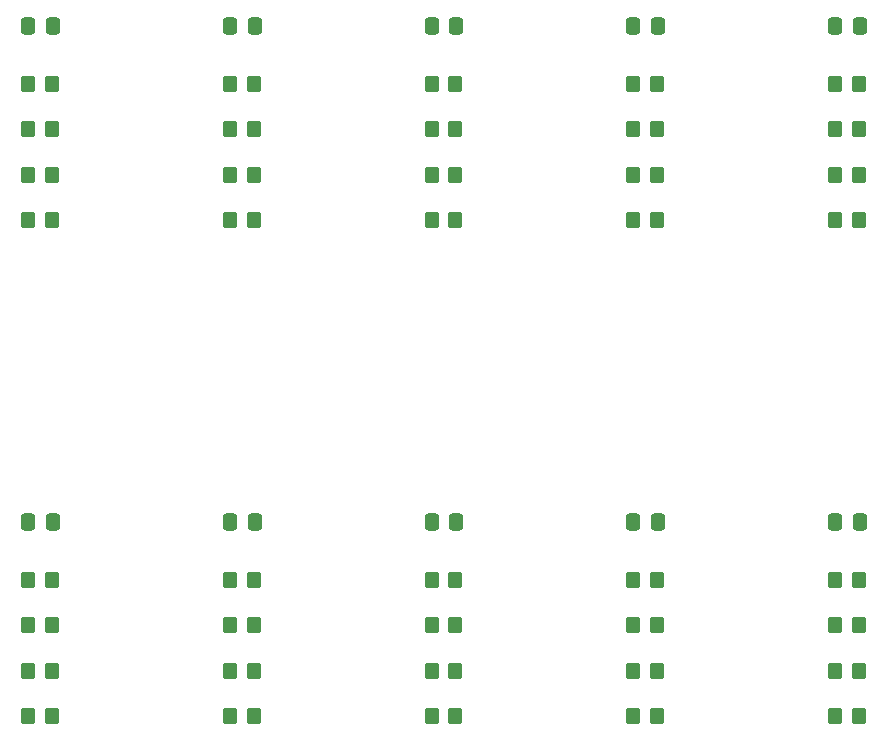
<source format=gbr>
%TF.GenerationSoftware,KiCad,Pcbnew,(6.0.1)*%
%TF.CreationDate,2022-07-06T22:16:31-07:00*%
%TF.ProjectId,mu100-dit-connector-board-panelized,6d753130-302d-4646-9974-2d636f6e6e65,rev?*%
%TF.SameCoordinates,Original*%
%TF.FileFunction,Paste,Top*%
%TF.FilePolarity,Positive*%
%FSLAX46Y46*%
G04 Gerber Fmt 4.6, Leading zero omitted, Abs format (unit mm)*
G04 Created by KiCad (PCBNEW (6.0.1)) date 2022-07-06 22:16:31*
%MOMM*%
%LPD*%
G01*
G04 APERTURE LIST*
G04 Aperture macros list*
%AMRoundRect*
0 Rectangle with rounded corners*
0 $1 Rounding radius*
0 $2 $3 $4 $5 $6 $7 $8 $9 X,Y pos of 4 corners*
0 Add a 4 corners polygon primitive as box body*
4,1,4,$2,$3,$4,$5,$6,$7,$8,$9,$2,$3,0*
0 Add four circle primitives for the rounded corners*
1,1,$1+$1,$2,$3*
1,1,$1+$1,$4,$5*
1,1,$1+$1,$6,$7*
1,1,$1+$1,$8,$9*
0 Add four rect primitives between the rounded corners*
20,1,$1+$1,$2,$3,$4,$5,0*
20,1,$1+$1,$4,$5,$6,$7,0*
20,1,$1+$1,$6,$7,$8,$9,0*
20,1,$1+$1,$8,$9,$2,$3,0*%
G04 Aperture macros list end*
%ADD10RoundRect,0.250000X-0.350000X-0.450000X0.350000X-0.450000X0.350000X0.450000X-0.350000X0.450000X0*%
%ADD11RoundRect,0.250000X-0.337500X-0.475000X0.337500X-0.475000X0.337500X0.475000X-0.337500X0.475000X0*%
G04 APERTURE END LIST*
D10*
%TO.C,R11*%
X57199000Y-42318332D03*
X59199000Y-42318332D03*
%TD*%
%TO.C,R2*%
X23049000Y-38471666D03*
X25049000Y-38471666D03*
%TD*%
%TO.C,R18*%
X91349000Y-34625000D03*
X93349000Y-34625000D03*
%TD*%
D11*
%TO.C,C9*%
X74286500Y-71755800D03*
X76361500Y-71755800D03*
%TD*%
D10*
%TO.C,R34*%
X74274000Y-76625000D03*
X76274000Y-76625000D03*
%TD*%
D11*
%TO.C,C6*%
X23061500Y-71755800D03*
X25136500Y-71755800D03*
%TD*%
%TO.C,C5*%
X91361500Y-29755800D03*
X93436500Y-29755800D03*
%TD*%
%TO.C,C8*%
X57211500Y-71755800D03*
X59286500Y-71755800D03*
%TD*%
D10*
%TO.C,R16*%
X74274000Y-42318332D03*
X76274000Y-42318332D03*
%TD*%
%TO.C,R22*%
X23049000Y-76625000D03*
X25049000Y-76625000D03*
%TD*%
D11*
%TO.C,C1*%
X23061500Y-29755800D03*
X25136500Y-29755800D03*
%TD*%
D10*
%TO.C,R31*%
X57199000Y-80471666D03*
X59199000Y-80471666D03*
%TD*%
%TO.C,R41*%
X91349000Y-88165000D03*
X93349000Y-88165000D03*
%TD*%
%TO.C,R27*%
X40124000Y-80471666D03*
X42124000Y-80471666D03*
%TD*%
%TO.C,R39*%
X91349000Y-80471666D03*
X93349000Y-80471666D03*
%TD*%
%TO.C,R37*%
X74274000Y-88165000D03*
X76274000Y-88165000D03*
%TD*%
D11*
%TO.C,C7*%
X40136500Y-71755800D03*
X42211500Y-71755800D03*
%TD*%
D10*
%TO.C,R30*%
X57199000Y-76625000D03*
X59199000Y-76625000D03*
%TD*%
%TO.C,R28*%
X40124000Y-84318332D03*
X42124000Y-84318332D03*
%TD*%
%TO.C,R14*%
X74274000Y-38471666D03*
X76274000Y-38471666D03*
%TD*%
%TO.C,R24*%
X23049000Y-84318332D03*
X25049000Y-84318332D03*
%TD*%
%TO.C,R36*%
X74274000Y-84318332D03*
X76274000Y-84318332D03*
%TD*%
%TO.C,R35*%
X74274000Y-80471666D03*
X76274000Y-80471666D03*
%TD*%
%TO.C,R20*%
X91349000Y-42318332D03*
X93349000Y-42318332D03*
%TD*%
%TO.C,R10*%
X57199000Y-38471666D03*
X59199000Y-38471666D03*
%TD*%
%TO.C,R7*%
X40124000Y-42318332D03*
X42124000Y-42318332D03*
%TD*%
%TO.C,R9*%
X57199000Y-34625000D03*
X59199000Y-34625000D03*
%TD*%
%TO.C,R5*%
X40124000Y-34625000D03*
X42124000Y-34625000D03*
%TD*%
%TO.C,R12*%
X57199000Y-46165000D03*
X59199000Y-46165000D03*
%TD*%
%TO.C,R38*%
X91349000Y-76625000D03*
X93349000Y-76625000D03*
%TD*%
%TO.C,R26*%
X40124000Y-76625000D03*
X42124000Y-76625000D03*
%TD*%
%TO.C,R21*%
X91349000Y-46165000D03*
X93349000Y-46165000D03*
%TD*%
D11*
%TO.C,C10*%
X91361500Y-71755800D03*
X93436500Y-71755800D03*
%TD*%
%TO.C,C4*%
X74286500Y-29755800D03*
X76361500Y-29755800D03*
%TD*%
%TO.C,C2*%
X40136500Y-29755800D03*
X42211500Y-29755800D03*
%TD*%
D10*
%TO.C,R6*%
X40124000Y-38471666D03*
X42124000Y-38471666D03*
%TD*%
%TO.C,R29*%
X40124000Y-88165000D03*
X42124000Y-88165000D03*
%TD*%
%TO.C,R33*%
X57199000Y-88165000D03*
X59199000Y-88165000D03*
%TD*%
%TO.C,R1*%
X23049000Y-46165000D03*
X25049000Y-46165000D03*
%TD*%
%TO.C,R23*%
X23049000Y-80471666D03*
X25049000Y-80471666D03*
%TD*%
%TO.C,R17*%
X74274000Y-46165000D03*
X76274000Y-46165000D03*
%TD*%
%TO.C,R32*%
X57199000Y-84318332D03*
X59199000Y-84318332D03*
%TD*%
%TO.C,R25*%
X23049000Y-88165000D03*
X25049000Y-88165000D03*
%TD*%
%TO.C,R8*%
X40124000Y-46165000D03*
X42124000Y-46165000D03*
%TD*%
%TO.C,R13*%
X74274000Y-34625000D03*
X76274000Y-34625000D03*
%TD*%
%TO.C,R3*%
X23049000Y-42318332D03*
X25049000Y-42318332D03*
%TD*%
%TO.C,R4*%
X23049000Y-34625000D03*
X25049000Y-34625000D03*
%TD*%
D11*
%TO.C,C3*%
X57211500Y-29755800D03*
X59286500Y-29755800D03*
%TD*%
D10*
%TO.C,R19*%
X91349000Y-38471666D03*
X93349000Y-38471666D03*
%TD*%
%TO.C,R40*%
X91349000Y-84318332D03*
X93349000Y-84318332D03*
%TD*%
M02*

</source>
